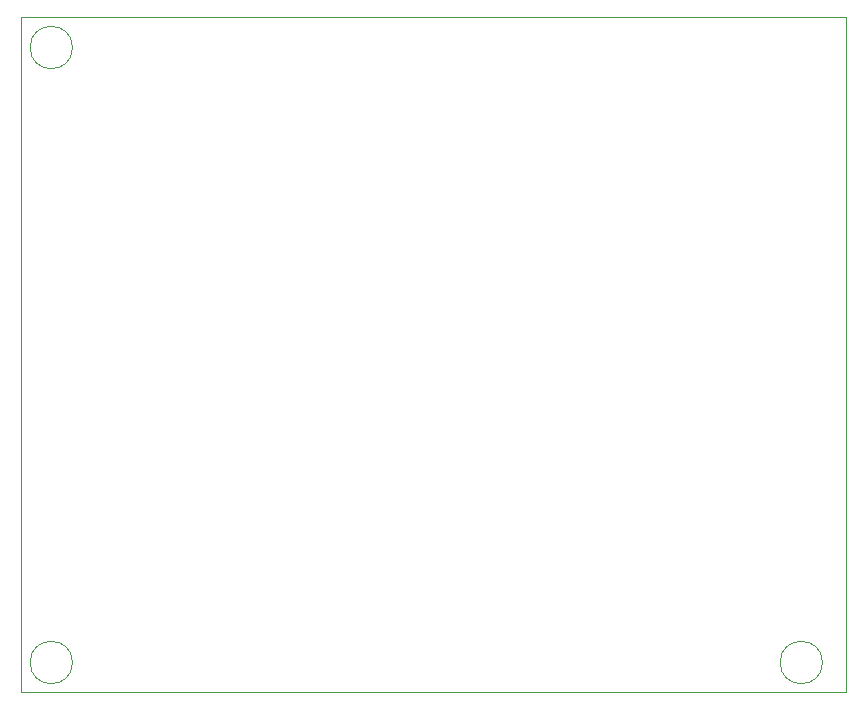
<source format=gm1>
%TF.GenerationSoftware,KiCad,Pcbnew,7.0.5*%
%TF.CreationDate,2023-06-02T21:27:16+04:00*%
%TF.ProjectId,Line Follower PID,4c696e65-2046-46f6-9c6c-6f7765722050,rev?*%
%TF.SameCoordinates,Original*%
%TF.FileFunction,Profile,NP*%
%FSLAX46Y46*%
G04 Gerber Fmt 4.6, Leading zero omitted, Abs format (unit mm)*
G04 Created by KiCad (PCBNEW 7.0.5) date 2023-06-02 21:27:16*
%MOMM*%
%LPD*%
G01*
G04 APERTURE LIST*
%TA.AperFunction,Profile*%
%ADD10C,0.100000*%
%TD*%
G04 APERTURE END LIST*
D10*
X102126051Y-76200000D02*
G75*
G03*
X102126051Y-76200000I-1796051J0D01*
G01*
X102126051Y-128270000D02*
G75*
G03*
X102126051Y-128270000I-1796051J0D01*
G01*
X97790000Y-73660000D02*
X167640000Y-73660000D01*
X167640000Y-130810000D01*
X97790000Y-130810000D01*
X97790000Y-73660000D01*
X165626051Y-128270000D02*
G75*
G03*
X165626051Y-128270000I-1796051J0D01*
G01*
M02*

</source>
